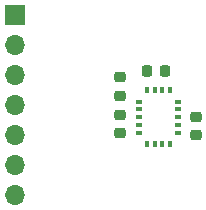
<source format=gbr>
%TF.GenerationSoftware,KiCad,Pcbnew,7.0.2-0*%
%TF.CreationDate,2023-06-08T14:15:15-07:00*%
%TF.ProjectId,ADXRS290BCEZ_gyro,41445852-5332-4393-9042-43455a5f6779,rev?*%
%TF.SameCoordinates,Original*%
%TF.FileFunction,Soldermask,Top*%
%TF.FilePolarity,Negative*%
%FSLAX46Y46*%
G04 Gerber Fmt 4.6, Leading zero omitted, Abs format (unit mm)*
G04 Created by KiCad (PCBNEW 7.0.2-0) date 2023-06-08 14:15:15*
%MOMM*%
%LPD*%
G01*
G04 APERTURE LIST*
G04 Aperture macros list*
%AMRoundRect*
0 Rectangle with rounded corners*
0 $1 Rounding radius*
0 $2 $3 $4 $5 $6 $7 $8 $9 X,Y pos of 4 corners*
0 Add a 4 corners polygon primitive as box body*
4,1,4,$2,$3,$4,$5,$6,$7,$8,$9,$2,$3,0*
0 Add four circle primitives for the rounded corners*
1,1,$1+$1,$2,$3*
1,1,$1+$1,$4,$5*
1,1,$1+$1,$6,$7*
1,1,$1+$1,$8,$9*
0 Add four rect primitives between the rounded corners*
20,1,$1+$1,$2,$3,$4,$5,0*
20,1,$1+$1,$4,$5,$6,$7,0*
20,1,$1+$1,$6,$7,$8,$9,0*
20,1,$1+$1,$8,$9,$2,$3,0*%
G04 Aperture macros list end*
%ADD10RoundRect,0.225000X0.250000X-0.225000X0.250000X0.225000X-0.250000X0.225000X-0.250000X-0.225000X0*%
%ADD11R,0.600000X0.400000*%
%ADD12R,0.400000X0.600000*%
%ADD13RoundRect,0.225000X-0.250000X0.225000X-0.250000X-0.225000X0.250000X-0.225000X0.250000X0.225000X0*%
%ADD14RoundRect,0.225000X-0.225000X-0.250000X0.225000X-0.250000X0.225000X0.250000X-0.225000X0.250000X0*%
%ADD15R,1.700000X1.700000*%
%ADD16O,1.700000X1.700000*%
G04 APERTURE END LIST*
D10*
%TO.C,Ccp1*%
X143357600Y-99225400D03*
X143357600Y-97675400D03*
%TD*%
D11*
%TO.C,ADXRS290BCEZ1*%
X138507200Y-96388400D03*
X138507200Y-97038400D03*
X138507200Y-97688400D03*
X138507200Y-98388400D03*
X138507200Y-99038400D03*
D12*
X139207200Y-99988400D03*
X139857200Y-99988400D03*
X140507200Y-99988400D03*
X141157200Y-99988400D03*
D11*
X141807200Y-99038400D03*
X141807200Y-98388400D03*
X141807200Y-97688400D03*
X141807200Y-97038400D03*
X141807200Y-96388400D03*
D12*
X141157200Y-95388400D03*
X140507200Y-95388400D03*
X139857200Y-95388400D03*
X139207200Y-95388400D03*
%TD*%
D13*
%TO.C,Cio1*%
X136906000Y-97472200D03*
X136906000Y-99022200D03*
%TD*%
D10*
%TO.C,Creg1*%
X136906000Y-95872600D03*
X136906000Y-94322600D03*
%TD*%
D14*
%TO.C,Cs1*%
X139229800Y-93776800D03*
X140779800Y-93776800D03*
%TD*%
D15*
%TO.C,U1*%
X128036200Y-89042800D03*
D16*
X128036200Y-91582800D03*
X128036200Y-94122800D03*
X128036200Y-96662800D03*
X128036200Y-99202800D03*
X128036200Y-101742800D03*
X128036200Y-104282800D03*
%TD*%
M02*

</source>
